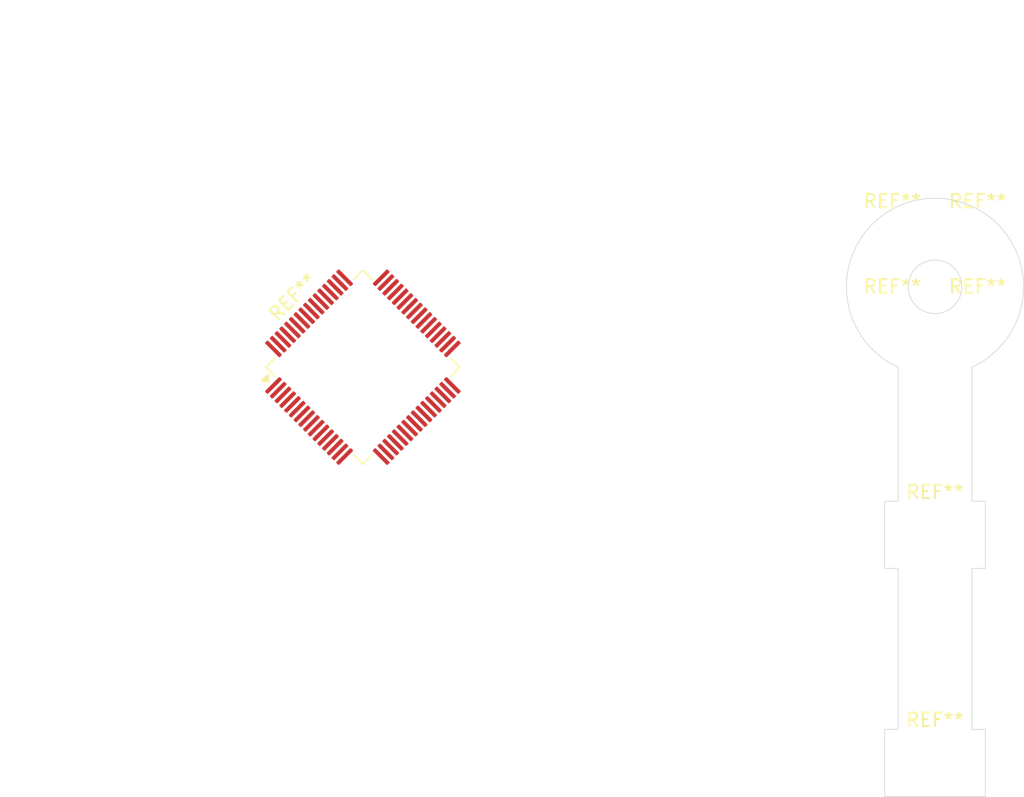
<source format=kicad_pcb>
(kicad_pcb (version 20241229) (generator "pcbnew") (generator_version "9.0")
  (layers (0 "F.Cu" signal) (2 "B.Cu" signal) (25 "Edge.Cuts" user))
  (net 0 "")
  (footprint "MountingHole:MountingHole_2.2mm_M2" (layer "F.Cu") (at 100 118.5)
    (property "Reference" "REF**" (at 0 -3.2 0) (layer "F.SilkS"))
    (property "Value" "MountingHole_2.2mm_M2")
    (pad "" np_thru_hole circle (at 0 0) (size 2.2 2.2) (drill 2.2) (layers "*.Cu" "*.Mask"))
  )
  (footprint "MountingHole:MountingHole_2.2mm_M2" (layer "F.Cu") (at 96.82 96.82)
    (property "Reference" "REF**" (at 0 -3.2 0) (layer "F.SilkS"))
    (property "Value" "MountingHole_2.2mm_M2")
    (pad "" np_thru_hole circle (at 0 0) (size 2.2 2.2) (drill 2.2) (layers "*.Cu" "*.Mask"))
  )
  (footprint "Package_QFP:LQFP-64_10x10mm_P0.5mm" (layer "F.Cu") (at 57.371052 105.996714 45)
    (property "Reference" "REF**" (at 0 -7.4 45) (layer "F.SilkS"))
    (property "Value" "LQFP-64_10x10mm_P0.5mm")
    (fp_line (start -5.11 -5.11) (end -5.11 -4.16) (stroke (width 0.12)) (layer "F.SilkS"))
    (fp_line (start -4.16 -5.11) (end -5.11 -5.11) (stroke (width 0.12)) (layer "F.SilkS"))
    (fp_line (start 4.16 -5.11) (end 5.11 -5.11) (stroke (width 0.12)) (layer "F.SilkS"))
    (fp_line (start 5.11 -5.11) (end 5.11 -4.16) (stroke (width 0.12)) (layer "F.SilkS"))
    (fp_line (start -5.11 5.11) (end -5.11 4.16) (stroke (width 0.12)) (layer "F.SilkS"))
    (fp_line (start -4.16 5.11) (end -5.11 5.11) (stroke (width 0.12)) (layer "F.SilkS"))
    (fp_line (start 4.16 5.11) (end 5.11 5.11) (stroke (width 0.12)) (layer "F.SilkS"))
    (fp_line (start 5.11 5.11) (end 5.11 4.16) (stroke (width 0.12)) (layer "F.SilkS"))
    (fp_poly (pts (xy -5.725 -4.16) (xy -6.065 -4.63) (xy -5.385 -4.629999) (xy -5.725 -4.16)) (stroke (width 0.12)) (fill yes) (layer "F.SilkS"))
    (pad "1" smd roundrect (at -5.675 -3.749999 45) (size 1.55 0.3) (layers "F.Cu" "F.Mask" "F.Paste"))
    (pad "2" smd roundrect (at -5.675 -3.25 45) (size 1.55 0.3) (layers "F.Cu" "F.Mask" "F.Paste"))
    (pad "3" smd roundrect (at -5.675 -2.75 45) (size 1.55 0.3) (layers "F.Cu" "F.Mask" "F.Paste"))
    (pad "4" smd roundrect (at -5.675 -2.25 45) (size 1.55 0.3) (layers "F.Cu" "F.Mask" "F.Paste"))
    (pad "5" smd roundrect (at -5.675 -1.75 45) (size 1.55 0.3) (layers "F.Cu" "F.Mask" "F.Paste"))
    (pad "6" smd roundrect (at -5.675 -1.249999 45) (size 1.55 0.3) (layers "F.Cu" "F.Mask" "F.Paste"))
    (pad "7" smd roundrect (at -5.675 -0.75 45) (size 1.55 0.3) (layers "F.Cu" "F.Mask" "F.Paste"))
    (pad "8" smd roundrect (at -5.675 -0.25 45) (size 1.55 0.3) (layers "F.Cu" "F.Mask" "F.Paste"))
    (pad "9" smd roundrect (at -5.675 0.25 45) (size 1.55 0.3) (layers "F.Cu" "F.Mask" "F.Paste"))
    (pad "10" smd roundrect (at -5.675 0.75 45) (size 1.55 0.3) (layers "F.Cu" "F.Mask" "F.Paste"))
    (pad "11" smd roundrect (at -5.675 1.249999 45) (size 1.55 0.3) (layers "F.Cu" "F.Mask" "F.Paste"))
    (pad "12" smd roundrect (at -5.675 1.75 45) (size 1.55 0.3) (layers "F.Cu" "F.Mask" "F.Paste"))
    (pad "13" smd roundrect (at -5.675 2.25 45) (size 1.55 0.3) (layers "F.Cu" "F.Mask" "F.Paste"))
    (pad "14" smd roundrect (at -5.675 2.75 45) (size 1.55 0.3) (layers "F.Cu" "F.Mask" "F.Paste"))
    (pad "15" smd roundrect (at -5.675 3.25 45) (size 1.55 0.3) (layers "F.Cu" "F.Mask" "F.Paste"))
    (pad "16" smd roundrect (at -5.675 3.749999 45) (size 1.55 0.3) (layers "F.Cu" "F.Mask" "F.Paste"))
    (pad "17" smd roundrect (at -3.749999 5.675 45) (size 0.3 1.55) (layers "F.Cu" "F.Mask" "F.Paste"))
    (pad "18" smd roundrect (at -3.25 5.675 45) (size 0.3 1.55) (layers "F.Cu" "F.Mask" "F.Paste"))
    (pad "19" smd roundrect (at -2.75 5.675 45) (size 0.3 1.55) (layers "F.Cu" "F.Mask" "F.Paste"))
    (pad "20" smd roundrect (at -2.25 5.675 45) (size 0.3 1.55) (layers "F.Cu" "F.Mask" "F.Paste"))
    (pad "21" smd roundrect (at -1.75 5.675 45) (size 0.3 1.55) (layers "F.Cu" "F.Mask" "F.Paste"))
    (pad "22" smd roundrect (at -1.249999 5.675 45) (size 0.3 1.55) (layers "F.Cu" "F.Mask" "F.Paste"))
    (pad "23" smd roundrect (at -0.75 5.675 45) (size 0.3 1.55) (layers "F.Cu" "F.Mask" "F.Paste"))
    (pad "24" smd roundrect (at -0.25 5.675 45) (size 0.3 1.55) (layers "F.Cu" "F.Mask" "F.Paste"))
    (pad "25" smd roundrect (at 0.25 5.675 45) (size 0.3 1.55) (layers "F.Cu" "F.Mask" "F.Paste"))
    (pad "26" smd roundrect (at 0.75 5.675 45) (size 0.3 1.55) (layers "F.Cu" "F.Mask" "F.Paste"))
    (pad "27" smd roundrect (at 1.249999 5.675 45) (size 0.3 1.55) (layers "F.Cu" "F.Mask" "F.Paste"))
    (pad "28" smd roundrect (at 1.75 5.675 45) (size 0.3 1.55) (layers "F.Cu" "F.Mask" "F.Paste"))
    (pad "29" smd roundrect (at 2.25 5.675 45) (size 0.3 1.55) (layers "F.Cu" "F.Mask" "F.Paste"))
    (pad "30" smd roundrect (at 2.75 5.675 45) (size 0.3 1.55) (layers "F.Cu" "F.Mask" "F.Paste"))
    (pad "31" smd roundrect (at 3.25 5.675 45) (size 0.3 1.55) (layers "F.Cu" "F.Mask" "F.Paste"))
    (pad "32" smd roundrect (at 3.749999 5.675 45) (size 0.3 1.55) (layers "F.Cu" "F.Mask" "F.Paste"))
    (pad "33" smd roundrect (at 5.675 3.749999 45) (size 1.55 0.3) (layers "F.Cu" "F.Mask" "F.Paste"))
    (pad "34" smd roundrect (at 5.675 3.25 45) (size 1.55 0.3) (layers "F.Cu" "F.Mask" "F.Paste"))
    (pad "35" smd roundrect (at 5.675 2.75 45) (size 1.55 0.3) (layers "F.Cu" "F.Mask" "F.Paste"))
    (pad "36" smd roundrect (at 5.675 2.25 45) (size 1.55 0.3) (layers "F.Cu" "F.Mask" "F.Paste"))
    (pad "37" smd roundrect (at 5.675 1.75 45) (size 1.55 0.3) (layers "F.Cu" "F.Mask" "F.Paste"))
    (pad "38" smd roundrect (at 5.675 1.249999 45) (size 1.55 0.3) (layers "F.Cu" "F.Mask" "F.Paste"))
    (pad "39" smd roundrect (at 5.675 0.75 45) (size 1.55 0.3) (layers "F.Cu" "F.Mask" "F.Paste"))
    (pad "40" smd roundrect (at 5.675 0.25 45) (size 1.55 0.3) (layers "F.Cu" "F.Mask" "F.Paste"))
    (pad "41" smd roundrect (at 5.675 -0.25 45) (size 1.55 0.3) (layers "F.Cu" "F.Mask" "F.Paste"))
    (pad "42" smd roundrect (at 5.675 -0.75 45) (size 1.55 0.3) (layers "F.Cu" "F.Mask" "F.Paste"))
    (pad "43" smd roundrect (at 5.675 -1.249999 45) (size 1.55 0.3) (layers "F.Cu" "F.Mask" "F.Paste"))
    (pad "44" smd roundrect (at 5.675 -1.75 45) (size 1.55 0.3) (layers "F.Cu" "F.Mask" "F.Paste"))
    (pad "45" smd roundrect (at 5.675 -2.25 45) (size 1.55 0.3) (layers "F.Cu" "F.Mask" "F.Paste"))
    (pad "46" smd roundrect (at 5.675 -2.75 45) (size 1.55 0.3) (layers "F.Cu" "F.Mask" "F.Paste"))
    (pad "47" smd roundrect (at 5.675 -3.25 45) (size 1.55 0.3) (layers "F.Cu" "F.Mask" "F.Paste"))
    (pad "48" smd roundrect (at 5.675 -3.749999 45) (size 1.55 0.3) (layers "F.Cu" "F.Mask" "F.Paste"))
    (pad "49" smd roundrect (at 3.749999 -5.675 45) (size 0.3 1.55) (layers "F.Cu" "F.Mask" "F.Paste"))
    (pad "50" smd roundrect (at 3.25 -5.675 45) (size 0.3 1.55) (layers "F.Cu" "F.Mask" "F.Paste"))
    (pad "51" smd roundrect (at 2.75 -5.675 45) (size 0.3 1.55) (layers "F.Cu" "F.Mask" "F.Paste"))
    (pad "52" smd roundrect (at 2.25 -5.675 45) (size 0.3 1.55) (layers "F.Cu" "F.Mask" "F.Paste"))
    (pad "53" smd roundrect (at 1.75 -5.675 45) (size 0.3 1.55) (layers "F.Cu" "F.Mask" "F.Paste"))
    (pad "54" smd roundrect (at 1.249999 -5.675 45) (size 0.3 1.55) (layers "F.Cu" "F.Mask" "F.Paste"))
    (pad "55" smd roundrect (at 0.75 -5.675 45) (size 0.3 1.55) (layers "F.Cu" "F.Mask" "F.Paste"))
    (pad "56" smd roundrect (at 0.25 -5.675 45) (size 0.3 1.55) (layers "F.Cu" "F.Mask" "F.Paste"))
    (pad "57" smd roundrect (at -0.25 -5.675 45) (size 0.3 1.55) (layers "F.Cu" "F.Mask" "F.Paste"))
    (pad "58" smd roundrect (at -0.75 -5.675 45) (size 0.3 1.55) (layers "F.Cu" "F.Mask" "F.Paste"))
    (pad "59" smd roundrect (at -1.249999 -5.675 45) (size 0.3 1.55) (layers "F.Cu" "F.Mask" "F.Paste"))
    (pad "60" smd roundrect (at -1.75 -5.675 45) (size 0.3 1.55) (layers "F.Cu" "F.Mask" "F.Paste"))
    (pad "61" smd roundrect (at -2.25 -5.675 45) (size 0.3 1.55) (layers "F.Cu" "F.Mask" "F.Paste"))
    (pad "62" smd roundrect (at -2.75 -5.675 45) (size 0.3 1.55) (layers "F.Cu" "F.Mask" "F.Paste"))
    (pad "63" smd roundrect (at -3.25 -5.675 45) (size 0.3 1.55) (layers "F.Cu" "F.Mask" "F.Paste"))
    (pad "64" smd roundrect (at -3.749999 -5.675 45) (size 0.3 1.55) (layers "F.Cu" "F.Mask" "F.Paste"))
  )
  (footprint "MountingHole:MountingHole_2.2mm_M2" (layer "F.Cu") (at 103.18 103.18)
    (property "Reference" "REF**" (at 0 -3.2 0) (layer "F.SilkS"))
    (property "Value" "MountingHole_2.2mm_M2")
    (pad "" np_thru_hole circle (at 0 0) (size 2.2 2.2) (drill 2.2) (layers "*.Cu" "*.Mask"))
  )
  (footprint "MountingHole:MountingHole_2.2mm_M2" (layer "F.Cu") (at 96.82 103.18)
    (property "Reference" "REF**" (at 0 -3.2 0) (layer "F.SilkS"))
    (property "Value" "MountingHole_2.2mm_M2")
    (pad "" np_thru_hole circle (at 0 0) (size 2.2 2.2) (drill 2.2) (layers "*.Cu" "*.Mask"))
  )
  (footprint "MountingHole:MountingHole_2.2mm_M2" (layer "F.Cu") (at 103.18 96.82)
    (property "Reference" "REF**" (at 0 -3.2 0) (layer "F.SilkS"))
    (property "Value" "MountingHole_2.2mm_M2")
    (pad "" np_thru_hole circle (at 0 0) (size 2.2 2.2) (drill 2.2) (layers "*.Cu" "*.Mask"))
  )
  (footprint "MountingHole:MountingHole_2.2mm_M2" (layer "F.Cu") (at 100 135.5)
    (property "Reference" "REF**" (at 0 -3.2 0) (layer "F.SilkS"))
    (property "Value" "MountingHole_2.2mm_M2")
    (pad "" np_thru_hole circle (at 0 0) (size 2.2 2.2) (drill 2.2) (layers "*.Cu" "*.Mask"))
  )
  (gr_line (start 102.75 138.000001) (end 100 138.000001) (stroke (width 0.05)) (layer "Edge.Cuts"))
  (gr_line (start 103.75 121.000001) (end 102.75 121.000001) (stroke (width 0.05)) (layer "Edge.Cuts"))
  (gr_line (start 96.25 138) (end 97.25 138) (stroke (width 0.05)) (layer "Edge.Cuts"))
  (gr_arc (start 97.25 106) (mid 100 93.399811) (end 102.75 106) (stroke (width 0.05)) (layer "Edge.Cuts"))
  (gr_line (start 97.25 116) (end 96.25 116) (stroke (width 0.05)) (layer "Edge.Cuts"))
  (gr_line (start 102.75 116.000001) (end 103.75 116.000001) (stroke (width 0.05)) (layer "Edge.Cuts"))
  (gr_line (start 97.25 121) (end 97.25 133) (stroke (width 0.05)) (layer "Edge.Cuts"))
  (gr_line (start 96.25 133) (end 96.25 138) (stroke (width 0.05)) (layer "Edge.Cuts"))
  (gr_line (start 103.75 116.000001) (end 103.75 121.000001) (stroke (width 0.05)) (layer "Edge.Cuts"))
  (gr_line (start 96.25 116) (end 96.25 121) (stroke (width 0.05)) (layer "Edge.Cuts"))
  (gr_circle (center 100 100) (end 102 100) (stroke (width 0.05)) (fill no) (layer "Edge.Cuts"))
  (gr_line (start 97.25 138) (end 100 138) (stroke (width 0.05)) (layer "Edge.Cuts"))
  (gr_line (start 97.25 105.999999) (end 97.25 116) (stroke (width 0.05)) (layer "Edge.Cuts"))
  (gr_line (start 102.75 133.000001) (end 103.75 133.000001) (stroke (width 0.05)) (layer "Edge.Cuts"))
  (gr_line (start 102.75 121.000001) (end 102.75 133.000001) (stroke (width 0.05)) (layer "Edge.Cuts"))
  (gr_line (start 103.75 133.000001) (end 103.75 138.000001) (stroke (width 0.05)) (layer "Edge.Cuts"))
  (gr_line (start 97.25 133) (end 96.25 133) (stroke (width 0.05)) (layer "Edge.Cuts"))
  (gr_line (start 102.75 106) (end 102.75 116.000001) (stroke (width 0.05)) (layer "Edge.Cuts"))
  (gr_line (start 103.75 138.000001) (end 102.75 138.000001) (stroke (width 0.05)) (layer "Edge.Cuts"))
  (gr_line (start 96.25 121) (end 97.25 121) (stroke (width 0.05)) (layer "Edge.Cuts"))
)
</source>
